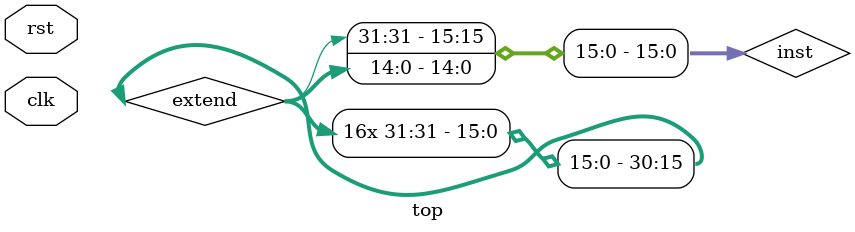
<source format=v>
/*
top level module, onde todos os modulos são instaciados e é feita as ligações necessárias entre
eles para o controle do datapath da instrução e controle de algumas lógicas mais básicas
*/

module top(
	input clk,
	input rst
);

// fios do banco de registradores
wire [31:0] reg_out1, reg_out2;
reg [31:0] data_reg_write;

// fetch da instruÃ§ao
wire [31:0] inst;
reg [31:0] pc;


// puramente para teste, apagar assim que for botar para rodar
/*
initial begin
	pc = 0;
end
*/

// FORMATO DA INSTRUÃ‡AO

// inst[31:24] opcode
// inst[23:20] reg1
// inst[19:16] reg2
// inst[15: 0] imediate 

// fios da memoria de dados
wire [31:0] data_load;
wire [31:0] data_store;


// fios da ULA
wire [31:0] in_A, in_B;
wire [31:0] alu_out;

// fios da control unit
wire write_enable; // habilita escrita na memoria
wire finaliza_execucao; // finaliza execuÃ§ao do programa
wire enable_reg_write; // habilita escrita nos registradores
wire [1:0] reg_write_control; // controla entrada de escrita do registrador
wire jump_enable; // habilita o jump

// fio do extender
wire [31:0] extend;

assign extend = {{16{inst[15]}}, inst[15:0]};

always@(*)begin
	case(reg_write_control)
		2'b00 : data_reg_write = alu_out;
		2'b01 : data_reg_write = extend;
		2'b10 : data_reg_write = reg_out2;
		2'b11 : data_reg_write = data_load;
		default : data_reg_write = 0;
	endcase
end

registradores reg_inst(
	.clk(clk),
	.rst(rst),
	.add_reg1(inst[23:20]),
	.add_reg2(inst[19:16]),
	.reg_out1(reg_out1),
	.reg_out2(reg_out2),
	.add_reg_write(inst[23:20]),
	.data_reg_write(data_reg_write),
	.enable_write(enable_reg_write)
);


memory mem_inst(
	.clk(clk),
	.rst(rst),
	.pc(pc), // endereco da instrucao a ser buscada na memoria
	.inst(inst), // instrucao buscada na memoria
	.read_data(reg_out2), // endereÃ§o de busca na memoria LOAD
	.data_out(data_load), // dado buscado na memoria
	.add_write(reg_out1), // endereco a ser escrito na memoria STORE
	.data_write(reg_out2), // dado a ser escrito na memoria
	.write_enable(write_enable)
 );
 

 
ula ula_inst(
	.clk(clk),
	.opcode(inst[31:24]),
	.A(reg_out1),
	.B(reg_out2),
	.out(alu_out)
);


control control_inst(
	.rst(rst),
	.clk(clk),
	.opcode(inst[31:24]), // entrada que define as flags
	.write_enable_memory(write_enable), // habilita escrita na memoria
	.write_enable_reg(enable_reg_write), // habilita escrita no registrador
	.control_op(reg_write_control), // controla entrada na escrita do reg
	.finaliza_execucao(finaliza_execucao), // finaliza esxecucao total
	.jump_enable(jump_enable) // habilita o jump
);


// atualiza contador do pc
always @(posedge clk or posedge rst) begin
    if (rst) begin
        pc <= 0;
    end else if (finaliza_execucao) begin
        pc <= pc; // ou mantenha 0, depende do que quiser
    end else if (jump_enable) begin
        // Ajuste: defina de onde vem o target. Ex: reg_out1 é byte-address
        pc <= pc + 4 + extend;
    end else begin
        pc <= pc + 4;
    end
end

endmodule

</source>
